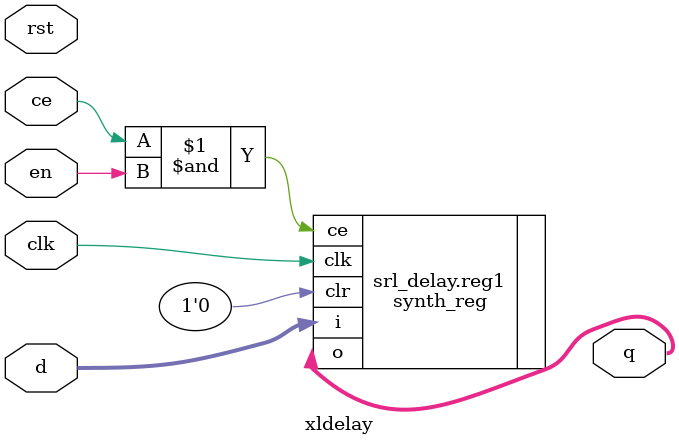
<source format=v>

module xldelay #(parameter width = -1, latency = -1, reg_retiming = 0, reset = 0)
  (input [width-1:0] d,
   input ce, clk, en, rst,
   output [width-1:0] q);
generate
  if ((latency == 0) || ((reg_retiming == 0) && (reset == 0)))
  begin:srl_delay
    synth_reg # (width, latency)
      reg1 (
        .i(d),
        .ce(ce & en),
        .clr(1'b0),
        .clk(clk),
        .o(q));
  end

  if ((latency>=1) && ((reg_retiming) || (reset)))
  begin:reg_delay
    synth_reg_reg # (width, latency)
      reg2 (
        .i(d),
        .ce(ce & en),
        .clr(rst),
        .clk(clk),
        .o(q));
  end
endgenerate
endmodule

</source>
